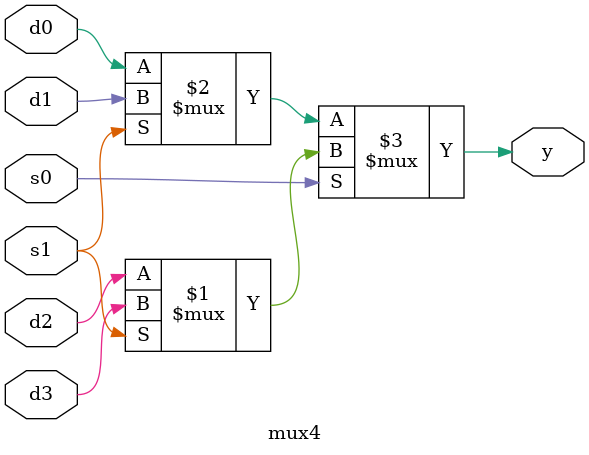
<source format=v>
`timescale 1ns/1ps
module mux4 (s0, s1, d0, d1, d2, d3, y);
input s0, s1, d0, d1, d2, d3;
output y;

assign y = s0 ? (s1 ? d3 : d2) : (s1 ? d1 : d0);

endmodule
</source>
